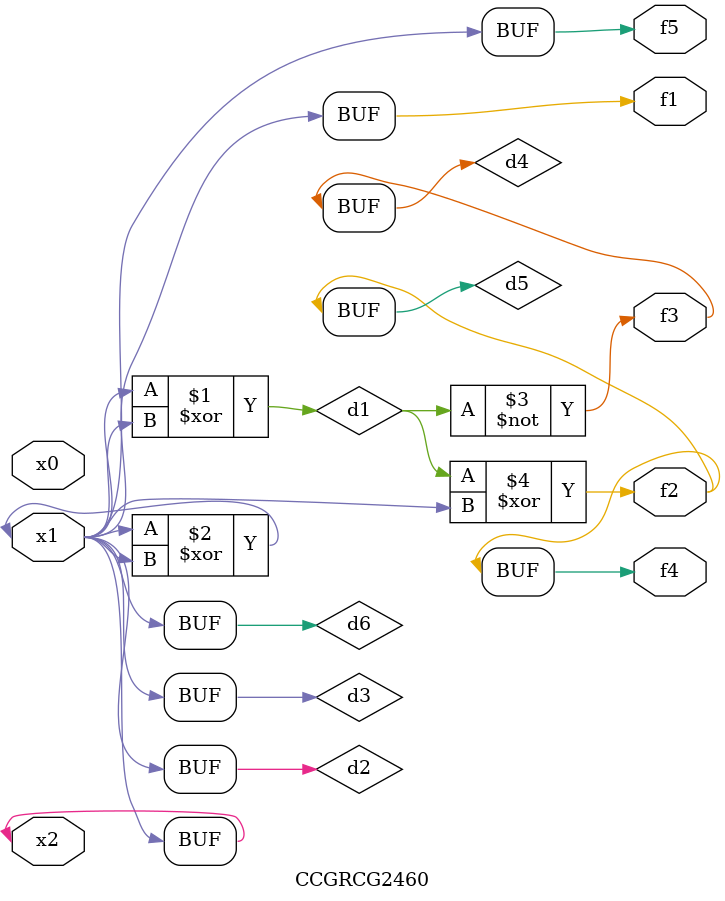
<source format=v>
module CCGRCG2460(
	input x0, x1, x2,
	output f1, f2, f3, f4, f5
);

	wire d1, d2, d3, d4, d5, d6;

	xor (d1, x1, x2);
	buf (d2, x1, x2);
	xor (d3, x1, x2);
	nor (d4, d1);
	xor (d5, d1, d2);
	buf (d6, d2, d3);
	assign f1 = d6;
	assign f2 = d5;
	assign f3 = d4;
	assign f4 = d5;
	assign f5 = d6;
endmodule

</source>
